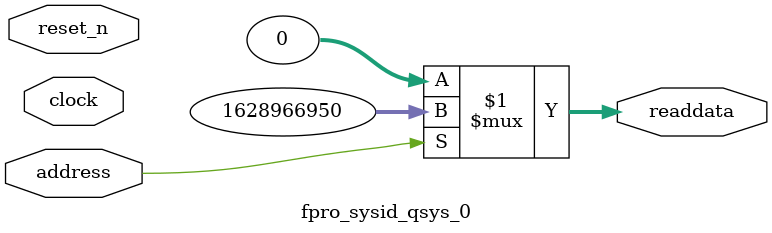
<source format=v>



// synthesis translate_off
`timescale 1ns / 1ps
// synthesis translate_on

// turn off superfluous verilog processor warnings 
// altera message_level Level1 
// altera message_off 10034 10035 10036 10037 10230 10240 10030 

module fpro_sysid_qsys_0 (
               // inputs:
                address,
                clock,
                reset_n,

               // outputs:
                readdata
             )
;

  output  [ 31: 0] readdata;
  input            address;
  input            clock;
  input            reset_n;

  wire    [ 31: 0] readdata;
  //control_slave, which is an e_avalon_slave
  assign readdata = address ? 1628966950 : 0;

endmodule



</source>
